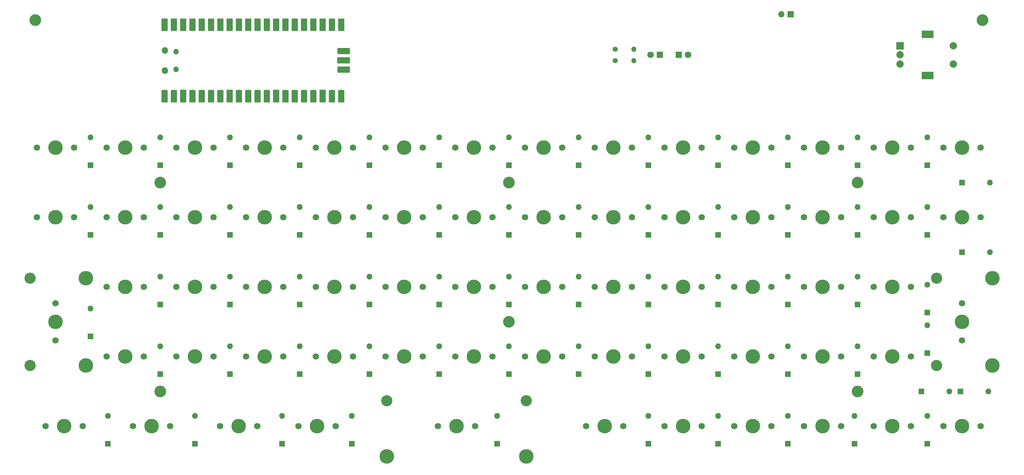
<source format=gts>
%TF.GenerationSoftware,KiCad,Pcbnew,6.0.0~20210702.eff75b6+dfsg1-1*%
%TF.CreationDate,2021-07-18T18:47:18+02:00*%
%TF.ProjectId,keyboard,6b657962-6f61-4726-942e-6b696361645f,rev?*%
%TF.SameCoordinates,Original*%
%TF.FileFunction,Soldermask,Top*%
%TF.FilePolarity,Negative*%
%FSLAX46Y46*%
G04 Gerber Fmt 4.6, Leading zero omitted, Abs format (unit mm)*
G04 Created by KiCad (PCBNEW 6.0.0~20210702.eff75b6+dfsg1-1) date 2021-07-18 18:47:18*
%MOMM*%
%LPD*%
G01*
G04 APERTURE LIST*
%ADD10C,3.987800*%
%ADD11C,1.750000*%
%ADD12C,3.048000*%
%ADD13C,3.200000*%
%ADD14R,1.700000X1.700000*%
%ADD15O,1.700000X1.700000*%
%ADD16O,1.400000X1.400000*%
%ADD17C,1.400000*%
%ADD18R,1.800000X1.800000*%
%ADD19C,1.800000*%
%ADD20R,3.500000X1.700000*%
%ADD21R,1.700000X3.500000*%
%ADD22O,1.800000X1.800000*%
%ADD23O,1.500000X1.500000*%
%ADD24C,2.000000*%
%ADD25R,3.200000X2.000000*%
%ADD26R,2.000000X2.000000*%
%ADD27R,1.600000X1.600000*%
%ADD28O,1.600000X1.600000*%
G04 APERTURE END LIST*
D10*
%TO.C,K4_0*%
X190500000Y-238125000D03*
D11*
X185420000Y-238125000D03*
X195580000Y-238125000D03*
%TD*%
D10*
%TO.C,K3_13*%
X435768750Y-209550000D03*
D11*
X435768750Y-214630000D03*
X435768750Y-204470000D03*
D12*
X428783750Y-221488000D03*
X428783750Y-197612000D03*
D10*
X444023750Y-221488000D03*
X444023750Y-197612000D03*
%TD*%
%TO.C,K3_0*%
X188118750Y-209550000D03*
D11*
X188118750Y-214630000D03*
X188118750Y-204470000D03*
D12*
X181133750Y-221488000D03*
X181133750Y-197612000D03*
D10*
X196373750Y-221488000D03*
X196373750Y-197612000D03*
%TD*%
D13*
%TO.C,M3_8*%
X311943750Y-171450000D03*
%TD*%
D14*
%TO.C,SW2*%
X388937500Y-125412500D03*
D15*
X386397500Y-125412500D03*
%TD*%
D13*
%TO.C,M3_3*%
X216693750Y-171450000D03*
%TD*%
%TO.C,M3_4*%
X407193750Y-171450000D03*
%TD*%
%TO.C,M3_5*%
X311943750Y-209550000D03*
%TD*%
%TO.C,M3_7*%
X407193750Y-228600000D03*
%TD*%
%TO.C,M3_6*%
X216693750Y-228600000D03*
%TD*%
%TO.C,M3_2*%
X441325000Y-127000000D03*
%TD*%
%TO.C,M3_1*%
X182562500Y-127000000D03*
%TD*%
D16*
%TO.C,R2*%
X346075000Y-138112500D03*
D17*
X340995000Y-138112500D03*
%TD*%
%TO.C,R1*%
X340995000Y-134962500D03*
D16*
X346075000Y-134962500D03*
%TD*%
D18*
%TO.C,D2*%
X358337500Y-136525000D03*
D19*
X360877500Y-136525000D03*
%TD*%
D18*
%TO.C,D1*%
X353218750Y-136525000D03*
D19*
X350678750Y-136525000D03*
%TD*%
D11*
%TO.C,K0_5*%
X288448750Y-161925000D03*
X278288750Y-161925000D03*
D10*
X283368750Y-161925000D03*
%TD*%
D11*
%TO.C,K0_3*%
X250348750Y-161925000D03*
D10*
X245268750Y-161925000D03*
D11*
X240188750Y-161925000D03*
%TD*%
D15*
%TO.C,Pico1*%
X265906250Y-135509000D03*
D20*
X266806250Y-135509000D03*
X266806250Y-138049000D03*
D14*
X265906250Y-138049000D03*
D20*
X266806250Y-140589000D03*
D15*
X265906250Y-140589000D03*
X217876250Y-129159000D03*
D21*
X217876250Y-128259000D03*
X220416250Y-128259000D03*
D15*
X220416250Y-129159000D03*
D14*
X222956250Y-129159000D03*
D21*
X222956250Y-128259000D03*
D15*
X225496250Y-129159000D03*
D21*
X225496250Y-128259000D03*
D15*
X228036250Y-129159000D03*
D21*
X228036250Y-128259000D03*
D15*
X230576250Y-129159000D03*
D21*
X230576250Y-128259000D03*
X233116250Y-128259000D03*
D15*
X233116250Y-129159000D03*
D14*
X235656250Y-129159000D03*
D21*
X235656250Y-128259000D03*
X238196250Y-128259000D03*
D15*
X238196250Y-129159000D03*
D21*
X240736250Y-128259000D03*
D15*
X240736250Y-129159000D03*
X243276250Y-129159000D03*
D21*
X243276250Y-128259000D03*
D15*
X245816250Y-129159000D03*
D21*
X245816250Y-128259000D03*
X248356250Y-128259000D03*
D14*
X248356250Y-129159000D03*
D21*
X250896250Y-128259000D03*
D15*
X250896250Y-129159000D03*
X253436250Y-129159000D03*
D21*
X253436250Y-128259000D03*
D15*
X255976250Y-129159000D03*
D21*
X255976250Y-128259000D03*
D15*
X258516250Y-129159000D03*
D21*
X258516250Y-128259000D03*
D14*
X261056250Y-129159000D03*
D21*
X261056250Y-128259000D03*
D15*
X263596250Y-129159000D03*
D21*
X263596250Y-128259000D03*
D15*
X266136250Y-129159000D03*
D21*
X266136250Y-128259000D03*
X266136250Y-147839000D03*
D15*
X266136250Y-146939000D03*
X263596250Y-146939000D03*
D21*
X263596250Y-147839000D03*
D14*
X261056250Y-146939000D03*
D21*
X261056250Y-147839000D03*
X258516250Y-147839000D03*
D15*
X258516250Y-146939000D03*
D21*
X255976250Y-147839000D03*
D15*
X255976250Y-146939000D03*
X253436250Y-146939000D03*
D21*
X253436250Y-147839000D03*
D15*
X250896250Y-146939000D03*
D21*
X250896250Y-147839000D03*
X248356250Y-147839000D03*
D14*
X248356250Y-146939000D03*
D21*
X245816250Y-147839000D03*
D15*
X245816250Y-146939000D03*
X243276250Y-146939000D03*
D21*
X243276250Y-147839000D03*
X240736250Y-147839000D03*
D15*
X240736250Y-146939000D03*
D21*
X238196250Y-147839000D03*
D15*
X238196250Y-146939000D03*
D21*
X235656250Y-147839000D03*
D14*
X235656250Y-146939000D03*
D15*
X233116250Y-146939000D03*
D21*
X233116250Y-147839000D03*
D15*
X230576250Y-146939000D03*
D21*
X230576250Y-147839000D03*
D15*
X228036250Y-146939000D03*
D21*
X228036250Y-147839000D03*
X225496250Y-147839000D03*
D15*
X225496250Y-146939000D03*
D14*
X222956250Y-146939000D03*
D21*
X222956250Y-147839000D03*
D15*
X220416250Y-146939000D03*
D21*
X220416250Y-147839000D03*
X217876250Y-147839000D03*
D15*
X217876250Y-146939000D03*
D22*
X218006250Y-140774000D03*
D23*
X221036250Y-135624000D03*
D22*
X218006250Y-135324000D03*
D23*
X221036250Y-140474000D03*
%TD*%
D24*
%TO.C,SW1*%
X433346000Y-134025000D03*
X433346000Y-139025000D03*
D25*
X426346000Y-130925000D03*
X426346000Y-142125000D03*
D24*
X418846000Y-136525000D03*
X418846000Y-139025000D03*
D26*
X418846000Y-134025000D03*
%TD*%
D11*
%TO.C,K1_2*%
X231298750Y-180975000D03*
D10*
X226218750Y-180975000D03*
D11*
X221138750Y-180975000D03*
%TD*%
D10*
%TO.C,K4_1*%
X214312500Y-238125000D03*
D11*
X219392500Y-238125000D03*
X209232500Y-238125000D03*
%TD*%
%TO.C,K3_12*%
X411638750Y-219075000D03*
D10*
X416718750Y-219075000D03*
D11*
X421798750Y-219075000D03*
%TD*%
%TO.C,K3_6*%
X307498750Y-219075000D03*
X297338750Y-219075000D03*
D10*
X302418750Y-219075000D03*
%TD*%
D11*
%TO.C,K1_0*%
X183038750Y-180975000D03*
X193198750Y-180975000D03*
D10*
X188118750Y-180975000D03*
%TD*%
D11*
%TO.C,K3_9*%
X354488750Y-219075000D03*
D10*
X359568750Y-219075000D03*
D11*
X364648750Y-219075000D03*
%TD*%
%TO.C,K4_3*%
X233045000Y-238125000D03*
X243205000Y-238125000D03*
D10*
X238125000Y-238125000D03*
%TD*%
%TO.C,K0_12*%
X416718750Y-161925000D03*
D11*
X421798750Y-161925000D03*
X411638750Y-161925000D03*
%TD*%
%TO.C,K4_8*%
X333057500Y-238125000D03*
D10*
X338137500Y-238125000D03*
D11*
X343217500Y-238125000D03*
%TD*%
%TO.C,K3_1*%
X212248750Y-219075000D03*
X202088750Y-219075000D03*
D10*
X207168750Y-219075000D03*
%TD*%
D11*
%TO.C,K1_1*%
X202088750Y-180975000D03*
X212248750Y-180975000D03*
D10*
X207168750Y-180975000D03*
%TD*%
D11*
%TO.C,K4_10*%
X373538750Y-238125000D03*
D10*
X378618750Y-238125000D03*
D11*
X383698750Y-238125000D03*
%TD*%
%TO.C,K2_2*%
X221138750Y-200025000D03*
X231298750Y-200025000D03*
D10*
X226218750Y-200025000D03*
%TD*%
D11*
%TO.C,K3_2*%
X221138750Y-219075000D03*
X231298750Y-219075000D03*
D10*
X226218750Y-219075000D03*
%TD*%
D11*
%TO.C,K3_8*%
X345598750Y-219075000D03*
X335438750Y-219075000D03*
D10*
X340518750Y-219075000D03*
%TD*%
D11*
%TO.C,K1_5*%
X288448750Y-180975000D03*
X278288750Y-180975000D03*
D10*
X283368750Y-180975000D03*
%TD*%
%TO.C,K4_13*%
X435768750Y-238125000D03*
D11*
X440848750Y-238125000D03*
X430688750Y-238125000D03*
%TD*%
D10*
%TO.C,K1_4*%
X264318750Y-180975000D03*
D11*
X269398750Y-180975000D03*
X259238750Y-180975000D03*
%TD*%
%TO.C,K1_12*%
X411638750Y-180975000D03*
X421798750Y-180975000D03*
D10*
X416718750Y-180975000D03*
%TD*%
D11*
%TO.C,K2_1*%
X202088750Y-200025000D03*
D10*
X207168750Y-200025000D03*
D11*
X212248750Y-200025000D03*
%TD*%
%TO.C,K2_8*%
X335438750Y-200025000D03*
X345598750Y-200025000D03*
D10*
X340518750Y-200025000D03*
%TD*%
D11*
%TO.C,K4_11*%
X402748750Y-238125000D03*
X392588750Y-238125000D03*
D10*
X397668750Y-238125000D03*
%TD*%
%TO.C,K3_11*%
X397668750Y-219075000D03*
D11*
X392588750Y-219075000D03*
X402748750Y-219075000D03*
%TD*%
D10*
%TO.C,K0_2*%
X226218750Y-161925000D03*
D11*
X231298750Y-161925000D03*
X221138750Y-161925000D03*
%TD*%
%TO.C,K2_4*%
X259238750Y-200025000D03*
D10*
X264318750Y-200025000D03*
D11*
X269398750Y-200025000D03*
%TD*%
%TO.C,K3_10*%
X383698750Y-219075000D03*
X373538750Y-219075000D03*
D10*
X378618750Y-219075000D03*
%TD*%
D11*
%TO.C,K2_10*%
X383698750Y-200025000D03*
D10*
X378618750Y-200025000D03*
D11*
X373538750Y-200025000D03*
%TD*%
%TO.C,K0_10*%
X383698750Y-161925000D03*
D10*
X378618750Y-161925000D03*
D11*
X373538750Y-161925000D03*
%TD*%
D10*
%TO.C,K3_5*%
X283368750Y-219075000D03*
D11*
X278288750Y-219075000D03*
X288448750Y-219075000D03*
%TD*%
%TO.C,K0_0*%
X183038750Y-161925000D03*
D10*
X188118750Y-161925000D03*
D11*
X193198750Y-161925000D03*
%TD*%
D10*
%TO.C,K4_6*%
X278606250Y-246380000D03*
D11*
X302736250Y-238125000D03*
X292576250Y-238125000D03*
D12*
X316706250Y-231140000D03*
D10*
X297656250Y-238125000D03*
X316706250Y-246380000D03*
D12*
X278606250Y-231140000D03*
%TD*%
D10*
%TO.C,K4_12*%
X416718750Y-238125000D03*
D11*
X421798750Y-238125000D03*
X411638750Y-238125000D03*
%TD*%
%TO.C,K0_13*%
X430688750Y-161925000D03*
D10*
X435768750Y-161925000D03*
D11*
X440848750Y-161925000D03*
%TD*%
%TO.C,K0_4*%
X269398750Y-161925000D03*
D10*
X264318750Y-161925000D03*
D11*
X259238750Y-161925000D03*
%TD*%
D10*
%TO.C,K1_7*%
X321468750Y-180975000D03*
D11*
X316388750Y-180975000D03*
X326548750Y-180975000D03*
%TD*%
%TO.C,K1_10*%
X383698750Y-180975000D03*
X373538750Y-180975000D03*
D10*
X378618750Y-180975000D03*
%TD*%
D11*
%TO.C,K3_7*%
X316388750Y-219075000D03*
D10*
X321468750Y-219075000D03*
D11*
X326548750Y-219075000D03*
%TD*%
%TO.C,K2_12*%
X411638750Y-200025000D03*
D10*
X416718750Y-200025000D03*
D11*
X421798750Y-200025000D03*
%TD*%
D10*
%TO.C,K2_9*%
X359568750Y-200025000D03*
D11*
X354488750Y-200025000D03*
X364648750Y-200025000D03*
%TD*%
%TO.C,K3_4*%
X259238750Y-219075000D03*
D10*
X264318750Y-219075000D03*
D11*
X269398750Y-219075000D03*
%TD*%
D10*
%TO.C,K0_9*%
X359568750Y-161925000D03*
D11*
X364648750Y-161925000D03*
X354488750Y-161925000D03*
%TD*%
%TO.C,K0_7*%
X316388750Y-161925000D03*
X326548750Y-161925000D03*
D10*
X321468750Y-161925000D03*
%TD*%
D11*
%TO.C,K2_6*%
X297338750Y-200025000D03*
X307498750Y-200025000D03*
D10*
X302418750Y-200025000D03*
%TD*%
D11*
%TO.C,K0_8*%
X335438750Y-161925000D03*
X345598750Y-161925000D03*
D10*
X340518750Y-161925000D03*
%TD*%
%TO.C,K2_7*%
X321468750Y-200025000D03*
D11*
X326548750Y-200025000D03*
X316388750Y-200025000D03*
%TD*%
%TO.C,K4_4*%
X264636250Y-238125000D03*
D10*
X259556250Y-238125000D03*
D11*
X254476250Y-238125000D03*
%TD*%
D10*
%TO.C,K1_8*%
X340518750Y-180975000D03*
D11*
X345598750Y-180975000D03*
X335438750Y-180975000D03*
%TD*%
D10*
%TO.C,K1_3*%
X245268750Y-180975000D03*
D11*
X250348750Y-180975000D03*
X240188750Y-180975000D03*
%TD*%
%TO.C,K1_9*%
X354488750Y-180975000D03*
D10*
X359568750Y-180975000D03*
D11*
X364648750Y-180975000D03*
%TD*%
%TO.C,K2_11*%
X392588750Y-200025000D03*
D10*
X397668750Y-200025000D03*
D11*
X402748750Y-200025000D03*
%TD*%
D10*
%TO.C,K0_1*%
X207168750Y-161925000D03*
D11*
X212248750Y-161925000D03*
X202088750Y-161925000D03*
%TD*%
D10*
%TO.C,K1_11*%
X397668750Y-180975000D03*
D11*
X392588750Y-180975000D03*
X402748750Y-180975000D03*
%TD*%
%TO.C,K2_3*%
X250348750Y-200025000D03*
D10*
X245268750Y-200025000D03*
D11*
X240188750Y-200025000D03*
%TD*%
D10*
%TO.C,K3_3*%
X245268750Y-219075000D03*
D11*
X240188750Y-219075000D03*
X250348750Y-219075000D03*
%TD*%
%TO.C,K2_5*%
X278288750Y-200025000D03*
X288448750Y-200025000D03*
D10*
X283368750Y-200025000D03*
%TD*%
D11*
%TO.C,K1_13*%
X440848750Y-180975000D03*
D10*
X435768750Y-180975000D03*
D11*
X430688750Y-180975000D03*
%TD*%
%TO.C,K0_11*%
X402748750Y-161925000D03*
D10*
X397668750Y-161925000D03*
D11*
X392588750Y-161925000D03*
%TD*%
D10*
%TO.C,K0_6*%
X302418750Y-161925000D03*
D11*
X307498750Y-161925000D03*
X297338750Y-161925000D03*
%TD*%
D10*
%TO.C,K4_9*%
X359568750Y-238125000D03*
D11*
X364648750Y-238125000D03*
X354488750Y-238125000D03*
%TD*%
%TO.C,K1_6*%
X307498750Y-180975000D03*
D10*
X302418750Y-180975000D03*
D11*
X297338750Y-180975000D03*
%TD*%
D27*
%TO.C,D0_0*%
X197643750Y-166687500D03*
D28*
X197643750Y-159067500D03*
%TD*%
D27*
%TO.C,D0_13*%
X435768750Y-171450000D03*
D28*
X443388750Y-171450000D03*
%TD*%
D27*
%TO.C,D0_12*%
X426243750Y-166687500D03*
D28*
X426243750Y-159067500D03*
%TD*%
D27*
%TO.C,D0_10*%
X388143750Y-166687500D03*
D28*
X388143750Y-159067500D03*
%TD*%
D27*
%TO.C,D0_9*%
X369093750Y-166687500D03*
D28*
X369093750Y-159067500D03*
%TD*%
D27*
%TO.C,D0_8*%
X350043750Y-166687500D03*
D28*
X350043750Y-159067500D03*
%TD*%
D27*
%TO.C,D0_7*%
X330993750Y-166687500D03*
D28*
X330993750Y-159067500D03*
%TD*%
D27*
%TO.C,D0_5*%
X292893750Y-166687500D03*
D28*
X292893750Y-159067500D03*
%TD*%
D27*
%TO.C,D0_4*%
X273843750Y-166687500D03*
D28*
X273843750Y-159067500D03*
%TD*%
D27*
%TO.C,D0_3*%
X254793750Y-166687500D03*
D28*
X254793750Y-159067500D03*
%TD*%
D27*
%TO.C,D0_2*%
X235743750Y-166687500D03*
D28*
X235743750Y-159067500D03*
%TD*%
D27*
%TO.C,D1_1*%
X216693750Y-185737500D03*
D28*
X216693750Y-178117500D03*
%TD*%
D27*
%TO.C,D1_0*%
X197643750Y-185737500D03*
D28*
X197643750Y-178117500D03*
%TD*%
D27*
%TO.C,D1_2*%
X235743750Y-185737500D03*
D28*
X235743750Y-178117500D03*
%TD*%
D27*
%TO.C,D1_3*%
X254793750Y-185737500D03*
D28*
X254793750Y-178117500D03*
%TD*%
D27*
%TO.C,D1_4*%
X273843750Y-185737500D03*
D28*
X273843750Y-178117500D03*
%TD*%
D27*
%TO.C,D1_6*%
X311943750Y-185737500D03*
D28*
X311943750Y-178117500D03*
%TD*%
D27*
%TO.C,D1_12*%
X426243750Y-185737500D03*
D28*
X426243750Y-178117500D03*
%TD*%
D27*
%TO.C,D1_11*%
X407193750Y-185737500D03*
D28*
X407193750Y-178117500D03*
%TD*%
D27*
%TO.C,D1_10*%
X388143750Y-185737500D03*
D28*
X388143750Y-178117500D03*
%TD*%
D27*
%TO.C,D1_8*%
X350043750Y-185737500D03*
D28*
X350043750Y-178117500D03*
%TD*%
D27*
%TO.C,D1_7*%
X330993750Y-185737500D03*
D28*
X330993750Y-178117500D03*
%TD*%
D27*
%TO.C,D1_9*%
X369093750Y-185737500D03*
D28*
X369093750Y-178117500D03*
%TD*%
D27*
%TO.C,D1_5*%
X292893750Y-185737500D03*
D28*
X292893750Y-178117500D03*
%TD*%
D27*
%TO.C,D2_6*%
X311943750Y-204787500D03*
D28*
X311943750Y-197167500D03*
%TD*%
D27*
%TO.C,D2_7*%
X330993750Y-204787500D03*
D28*
X330993750Y-197167500D03*
%TD*%
D27*
%TO.C,D2_8*%
X350043750Y-204787500D03*
D28*
X350043750Y-197167500D03*
%TD*%
D27*
%TO.C,D2_9*%
X369093750Y-204787500D03*
D28*
X369093750Y-197167500D03*
%TD*%
D27*
%TO.C,D2_10*%
X388143750Y-204787500D03*
D28*
X388143750Y-197167500D03*
%TD*%
D27*
%TO.C,D2_11*%
X407193750Y-204787500D03*
D28*
X407193750Y-197167500D03*
%TD*%
D27*
%TO.C,D2_12*%
X426243750Y-207010000D03*
D28*
X426243750Y-199390000D03*
%TD*%
D27*
%TO.C,D2_5*%
X292893750Y-204787500D03*
D28*
X292893750Y-197167500D03*
%TD*%
D27*
%TO.C,D2_4*%
X273843750Y-204787500D03*
D28*
X273843750Y-197167500D03*
%TD*%
D27*
%TO.C,D2_3*%
X254793750Y-204787500D03*
D28*
X254793750Y-197167500D03*
%TD*%
D27*
%TO.C,D2_2*%
X235743750Y-204787500D03*
D28*
X235743750Y-197167500D03*
%TD*%
D27*
%TO.C,D2_1*%
X216693750Y-204787500D03*
D28*
X216693750Y-197167500D03*
%TD*%
D27*
%TO.C,D3_0*%
X197643750Y-213518750D03*
D28*
X197643750Y-205898750D03*
%TD*%
D27*
%TO.C,D3_3*%
X254793750Y-223837500D03*
D28*
X254793750Y-216217500D03*
%TD*%
D27*
%TO.C,D3_13*%
X424656250Y-228600000D03*
D28*
X432276250Y-228600000D03*
%TD*%
D27*
%TO.C,D3_12*%
X426243750Y-218122500D03*
D28*
X426243750Y-210502500D03*
%TD*%
D27*
%TO.C,D3_11*%
X407193750Y-223837500D03*
D28*
X407193750Y-216217500D03*
%TD*%
D27*
%TO.C,D3_9*%
X369093750Y-223837500D03*
D28*
X369093750Y-216217500D03*
%TD*%
D27*
%TO.C,D3_8*%
X350043750Y-223837500D03*
D28*
X350043750Y-216217500D03*
%TD*%
D27*
%TO.C,D3_7*%
X330993750Y-223837500D03*
D28*
X330993750Y-216217500D03*
%TD*%
D27*
%TO.C,D3_6*%
X311943750Y-223837500D03*
D28*
X311943750Y-216217500D03*
%TD*%
D27*
%TO.C,D3_4*%
X273843750Y-223837500D03*
D28*
X273843750Y-216217500D03*
%TD*%
D27*
%TO.C,D3_1*%
X216693750Y-223837500D03*
D28*
X216693750Y-216217500D03*
%TD*%
D27*
%TO.C,D4_13*%
X435292500Y-228600000D03*
D28*
X442912500Y-228600000D03*
%TD*%
D27*
%TO.C,D4_1*%
X226218750Y-242887500D03*
D28*
X226218750Y-235267500D03*
%TD*%
D27*
%TO.C,D4_3*%
X250031250Y-242887500D03*
D28*
X250031250Y-235267500D03*
%TD*%
D27*
%TO.C,D4_4*%
X269081250Y-242887500D03*
D28*
X269081250Y-235267500D03*
%TD*%
D27*
%TO.C,D4_6*%
X308768750Y-242887500D03*
D28*
X308768750Y-235267500D03*
%TD*%
D27*
%TO.C,D4_8*%
X350043750Y-242887500D03*
D28*
X350043750Y-235267500D03*
%TD*%
D27*
%TO.C,D4_9*%
X369093750Y-242887500D03*
D28*
X369093750Y-235267500D03*
%TD*%
D27*
%TO.C,D4_10*%
X388143750Y-242887500D03*
D28*
X388143750Y-235267500D03*
%TD*%
D27*
%TO.C,D4_11*%
X406400000Y-242887500D03*
D28*
X406400000Y-235267500D03*
%TD*%
D27*
%TO.C,D4_12*%
X426243750Y-242887500D03*
D28*
X426243750Y-235267500D03*
%TD*%
D27*
%TO.C,D0_11*%
X407193750Y-166687500D03*
D28*
X407193750Y-159067500D03*
%TD*%
D27*
%TO.C,D0_6*%
X311943750Y-166687500D03*
D28*
X311943750Y-159067500D03*
%TD*%
D27*
%TO.C,D3_2*%
X235743750Y-223837500D03*
D28*
X235743750Y-216217500D03*
%TD*%
D27*
%TO.C,D1_13*%
X435768750Y-190500000D03*
D28*
X443388750Y-190500000D03*
%TD*%
D27*
%TO.C,D3_10*%
X388143750Y-223837500D03*
D28*
X388143750Y-216217500D03*
%TD*%
D27*
%TO.C,D0_1*%
X216693750Y-166687500D03*
D28*
X216693750Y-159067500D03*
%TD*%
D27*
%TO.C,D4_0*%
X202406250Y-242887500D03*
D28*
X202406250Y-235267500D03*
%TD*%
D27*
%TO.C,D3_5*%
X292893750Y-223837500D03*
D28*
X292893750Y-216217500D03*
%TD*%
M02*

</source>
